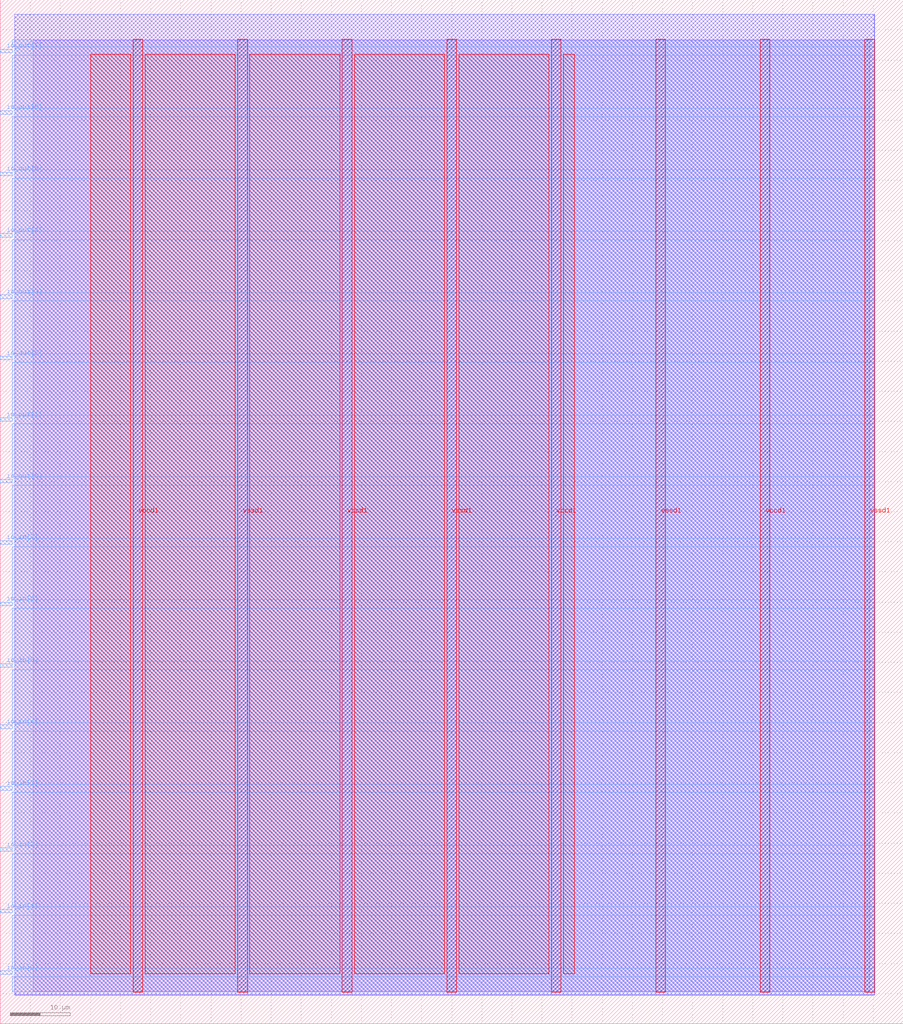
<source format=lef>
VERSION 5.7 ;
  NOWIREEXTENSIONATPIN ON ;
  DIVIDERCHAR "/" ;
  BUSBITCHARS "[]" ;
MACRO diferential_muxpga
  CLASS BLOCK ;
  FOREIGN diferential_muxpga ;
  ORIGIN 0.000 0.000 ;
  SIZE 150.000 BY 170.000 ;
  PIN io_in[0]
    DIRECTION INPUT ;
    USE SIGNAL ;
    PORT
      LAYER met3 ;
        RECT 0.000 8.200 2.000 8.800 ;
    END
  END io_in[0]
  PIN io_in[1]
    DIRECTION INPUT ;
    USE SIGNAL ;
    PORT
      LAYER met3 ;
        RECT 0.000 18.400 2.000 19.000 ;
    END
  END io_in[1]
  PIN io_in[2]
    DIRECTION INPUT ;
    USE SIGNAL ;
    PORT
      LAYER met3 ;
        RECT 0.000 28.600 2.000 29.200 ;
    END
  END io_in[2]
  PIN io_in[3]
    DIRECTION INPUT ;
    USE SIGNAL ;
    PORT
      LAYER met3 ;
        RECT 0.000 38.800 2.000 39.400 ;
    END
  END io_in[3]
  PIN io_in[4]
    DIRECTION INPUT ;
    USE SIGNAL ;
    PORT
      LAYER met3 ;
        RECT 0.000 49.000 2.000 49.600 ;
    END
  END io_in[4]
  PIN io_in[5]
    DIRECTION INPUT ;
    USE SIGNAL ;
    PORT
      LAYER met3 ;
        RECT 0.000 59.200 2.000 59.800 ;
    END
  END io_in[5]
  PIN io_in[6]
    DIRECTION INPUT ;
    USE SIGNAL ;
    PORT
      LAYER met3 ;
        RECT 0.000 69.400 2.000 70.000 ;
    END
  END io_in[6]
  PIN io_in[7]
    DIRECTION INPUT ;
    USE SIGNAL ;
    PORT
      LAYER met3 ;
        RECT 0.000 79.600 2.000 80.200 ;
    END
  END io_in[7]
  PIN io_out[0]
    DIRECTION OUTPUT TRISTATE ;
    USE SIGNAL ;
    PORT
      LAYER met3 ;
        RECT 0.000 89.800 2.000 90.400 ;
    END
  END io_out[0]
  PIN io_out[1]
    DIRECTION OUTPUT TRISTATE ;
    USE SIGNAL ;
    PORT
      LAYER met3 ;
        RECT 0.000 100.000 2.000 100.600 ;
    END
  END io_out[1]
  PIN io_out[2]
    DIRECTION OUTPUT TRISTATE ;
    USE SIGNAL ;
    PORT
      LAYER met3 ;
        RECT 0.000 110.200 2.000 110.800 ;
    END
  END io_out[2]
  PIN io_out[3]
    DIRECTION OUTPUT TRISTATE ;
    USE SIGNAL ;
    PORT
      LAYER met3 ;
        RECT 0.000 120.400 2.000 121.000 ;
    END
  END io_out[3]
  PIN io_out[4]
    DIRECTION OUTPUT TRISTATE ;
    USE SIGNAL ;
    PORT
      LAYER met3 ;
        RECT 0.000 130.600 2.000 131.200 ;
    END
  END io_out[4]
  PIN io_out[5]
    DIRECTION OUTPUT TRISTATE ;
    USE SIGNAL ;
    PORT
      LAYER met3 ;
        RECT 0.000 140.800 2.000 141.400 ;
    END
  END io_out[5]
  PIN io_out[6]
    DIRECTION OUTPUT TRISTATE ;
    USE SIGNAL ;
    PORT
      LAYER met3 ;
        RECT 0.000 151.000 2.000 151.600 ;
    END
  END io_out[6]
  PIN io_out[7]
    DIRECTION OUTPUT TRISTATE ;
    USE SIGNAL ;
    PORT
      LAYER met3 ;
        RECT 0.000 161.200 2.000 161.800 ;
    END
  END io_out[7]
  PIN vccd1
    DIRECTION INOUT ;
    USE POWER ;
    PORT
      LAYER met4 ;
        RECT 22.085 5.200 23.685 163.440 ;
    END
    PORT
      LAYER met4 ;
        RECT 56.815 5.200 58.415 163.440 ;
    END
    PORT
      LAYER met4 ;
        RECT 91.545 5.200 93.145 163.440 ;
    END
    PORT
      LAYER met4 ;
        RECT 126.275 5.200 127.875 163.440 ;
    END
  END vccd1
  PIN vssd1
    DIRECTION INOUT ;
    USE GROUND ;
    PORT
      LAYER met4 ;
        RECT 39.450 5.200 41.050 163.440 ;
    END
    PORT
      LAYER met4 ;
        RECT 74.180 5.200 75.780 163.440 ;
    END
    PORT
      LAYER met4 ;
        RECT 108.910 5.200 110.510 163.440 ;
    END
    PORT
      LAYER met4 ;
        RECT 143.640 5.200 145.240 163.440 ;
    END
  END vssd1
  OBS
      LAYER li1 ;
        RECT 5.520 5.355 144.440 163.285 ;
      LAYER met1 ;
        RECT 2.370 4.800 145.240 167.580 ;
      LAYER met2 ;
        RECT 2.390 4.770 145.210 167.610 ;
      LAYER met3 ;
        RECT 2.000 162.200 145.230 163.365 ;
        RECT 2.400 160.800 145.230 162.200 ;
        RECT 2.000 152.000 145.230 160.800 ;
        RECT 2.400 150.600 145.230 152.000 ;
        RECT 2.000 141.800 145.230 150.600 ;
        RECT 2.400 140.400 145.230 141.800 ;
        RECT 2.000 131.600 145.230 140.400 ;
        RECT 2.400 130.200 145.230 131.600 ;
        RECT 2.000 121.400 145.230 130.200 ;
        RECT 2.400 120.000 145.230 121.400 ;
        RECT 2.000 111.200 145.230 120.000 ;
        RECT 2.400 109.800 145.230 111.200 ;
        RECT 2.000 101.000 145.230 109.800 ;
        RECT 2.400 99.600 145.230 101.000 ;
        RECT 2.000 90.800 145.230 99.600 ;
        RECT 2.400 89.400 145.230 90.800 ;
        RECT 2.000 80.600 145.230 89.400 ;
        RECT 2.400 79.200 145.230 80.600 ;
        RECT 2.000 70.400 145.230 79.200 ;
        RECT 2.400 69.000 145.230 70.400 ;
        RECT 2.000 60.200 145.230 69.000 ;
        RECT 2.400 58.800 145.230 60.200 ;
        RECT 2.000 50.000 145.230 58.800 ;
        RECT 2.400 48.600 145.230 50.000 ;
        RECT 2.000 39.800 145.230 48.600 ;
        RECT 2.400 38.400 145.230 39.800 ;
        RECT 2.000 29.600 145.230 38.400 ;
        RECT 2.400 28.200 145.230 29.600 ;
        RECT 2.000 19.400 145.230 28.200 ;
        RECT 2.400 18.000 145.230 19.400 ;
        RECT 2.000 9.200 145.230 18.000 ;
        RECT 2.400 7.800 145.230 9.200 ;
        RECT 2.000 5.275 145.230 7.800 ;
      LAYER met4 ;
        RECT 15.015 8.335 21.685 160.985 ;
        RECT 24.085 8.335 39.050 160.985 ;
        RECT 41.450 8.335 56.415 160.985 ;
        RECT 58.815 8.335 73.780 160.985 ;
        RECT 76.180 8.335 91.145 160.985 ;
        RECT 93.545 8.335 95.385 160.985 ;
  END
END diferential_muxpga
END LIBRARY


</source>
